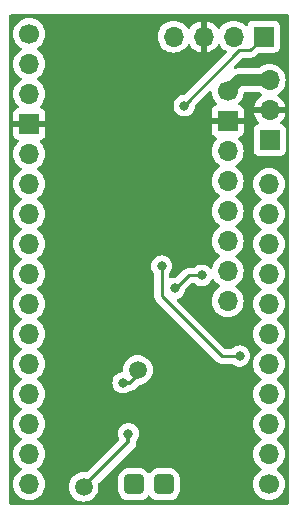
<source format=gbr>
%TF.GenerationSoftware,KiCad,Pcbnew,8.0.4*%
%TF.CreationDate,2024-08-29T19:37:47+02:00*%
%TF.ProjectId,wireless-wizard-wand,77697265-6c65-4737-932d-77697a617264,rev?*%
%TF.SameCoordinates,Original*%
%TF.FileFunction,Copper,L2,Bot*%
%TF.FilePolarity,Positive*%
%FSLAX46Y46*%
G04 Gerber Fmt 4.6, Leading zero omitted, Abs format (unit mm)*
G04 Created by KiCad (PCBNEW 8.0.4) date 2024-08-29 19:37:47*
%MOMM*%
%LPD*%
G01*
G04 APERTURE LIST*
G04 Aperture macros list*
%AMFreePoly0*
4,1,25,-0.850000,0.425000,-0.829199,0.556332,-0.768832,0.674809,-0.674809,0.768832,-0.556332,0.829199,-0.425000,0.850000,0.425000,0.850000,0.556332,0.829199,0.674809,0.768832,0.768832,0.674809,0.829199,0.556332,0.850000,0.425000,0.850000,-0.425000,0.829199,-0.556332,0.768832,-0.674809,0.674809,-0.768832,0.556332,-0.829199,0.425000,-0.850000,-0.425000,-0.850000,-0.556332,-0.829199,
-0.674809,-0.768832,-0.768832,-0.674809,-0.829199,-0.556332,-0.850000,-0.425000,-0.850000,0.425000,-0.850000,0.425000,$1*%
G04 Aperture macros list end*
%TA.AperFunction,ComponentPad*%
%ADD10R,1.700000X1.700000*%
%TD*%
%TA.AperFunction,ComponentPad*%
%ADD11O,1.700000X1.700000*%
%TD*%
%TA.AperFunction,ComponentPad*%
%ADD12C,1.700000*%
%TD*%
%TA.AperFunction,ComponentPad*%
%ADD13FreePoly0,270.000000*%
%TD*%
%TA.AperFunction,TestPad*%
%ADD14C,1.500000*%
%TD*%
%TA.AperFunction,ViaPad*%
%ADD15C,0.800000*%
%TD*%
%TA.AperFunction,Conductor*%
%ADD16C,0.250000*%
%TD*%
%TA.AperFunction,Conductor*%
%ADD17C,1.000000*%
%TD*%
%TA.AperFunction,Conductor*%
%ADD18C,0.350000*%
%TD*%
G04 APERTURE END LIST*
D10*
%TO.P,J5,1,Pin_1*%
%TO.N,MIC_CLK*%
X103251000Y-30480000D03*
D11*
%TO.P,J5,2,Pin_2*%
%TO.N,MIC_DOUT*%
X100711000Y-30480000D03*
%TO.P,J5,3,Pin_3*%
%TO.N,GND*%
X98171000Y-30480000D03*
%TO.P,J5,4,Pin_4*%
%TO.N,+3.3V*%
X95631000Y-30480000D03*
%TD*%
D12*
%TO.P,J2,1,Pin_1*%
%TO.N,SDA*%
X103700000Y-68360000D03*
D11*
%TO.P,J2,2,Pin_2*%
%TO.N,SCL*%
X103700000Y-65820000D03*
%TO.P,J2,3,Pin_3*%
%TO.N,P1.08*%
X103700000Y-63280000D03*
%TO.P,J2,4,Pin_4*%
%TO.N,MIC_CLK*%
X103700000Y-60740000D03*
%TO.P,J2,5,Pin_5*%
%TO.N,MIC_DOUT*%
X103700000Y-58200000D03*
%TO.P,J2,6,Pin_6*%
%TO.N,LED_DIN*%
X103700000Y-55660000D03*
%TO.P,J2,7,Pin_7*%
%TO.N,unconnected-(J2-Pin_7-Pad7)*%
X103700000Y-53120000D03*
%TO.P,J2,8,Pin_8*%
%TO.N,unconnected-(J2-Pin_8-Pad8)*%
X103700000Y-50580000D03*
%TO.P,J2,9,Pin_9*%
%TO.N,unconnected-(J2-Pin_9-Pad9)*%
X103700000Y-48040000D03*
%TO.P,J2,10,Pin_10*%
%TO.N,unconnected-(J2-Pin_10-Pad10)*%
X103700000Y-45500000D03*
%TO.P,J2,11,Pin_11*%
%TO.N,unconnected-(J2-Pin_11-Pad11)*%
X103700000Y-42960000D03*
%TD*%
D12*
%TO.P,J4,1,Pin_1*%
%TO.N,+3.3V*%
X100200000Y-35100000D03*
D10*
%TO.P,J4,2,Pin_2*%
%TO.N,GND*%
X100200000Y-37640000D03*
D11*
%TO.P,J4,3,Pin_3*%
%TO.N,SCL*%
X100200000Y-40180000D03*
%TO.P,J4,4,Pin_4*%
%TO.N,SDA*%
X100200000Y-42720000D03*
%TO.P,J4,5,Pin_5*%
%TO.N,/XDA*%
X100200000Y-45260000D03*
%TO.P,J4,6,Pin_6*%
%TO.N,/XCL*%
X100200000Y-47800000D03*
%TO.P,J4,7,Pin_7*%
%TO.N,+3.3V*%
X100200000Y-50340000D03*
%TO.P,J4,8,Pin_8*%
%TO.N,P1.08*%
X100200000Y-52880000D03*
%TD*%
D10*
%TO.P,J6,1,Pin_1*%
%TO.N,LED_DIN*%
X103759000Y-39243000D03*
D11*
%TO.P,J6,2,Pin_2*%
%TO.N,GND*%
X103759000Y-36703000D03*
%TO.P,J6,3,Pin_3*%
%TO.N,+3.3V*%
X103759000Y-34163000D03*
%TD*%
D12*
%TO.P,J1,1,Pin_1*%
%TO.N,RST*%
X83400000Y-30260000D03*
D11*
%TO.P,J1,2,Pin_2*%
%TO.N,+3.3V*%
X83400000Y-32800000D03*
%TO.P,J1,3,Pin_3*%
%TO.N,unconnected-(J1-Pin_3-Pad3)*%
X83400000Y-35340000D03*
D10*
%TO.P,J1,4,Pin_4*%
%TO.N,GND*%
X83400000Y-37880000D03*
D11*
%TO.P,J1,5,Pin_5*%
%TO.N,unconnected-(J1-Pin_5-Pad5)*%
X83400000Y-40420000D03*
%TO.P,J1,6,Pin_6*%
%TO.N,unconnected-(J1-Pin_6-Pad6)*%
X83400000Y-42960000D03*
%TO.P,J1,7,Pin_7*%
%TO.N,unconnected-(J1-Pin_7-Pad7)*%
X83400000Y-45500000D03*
%TO.P,J1,8,Pin_8*%
%TO.N,unconnected-(J1-Pin_8-Pad8)*%
X83400000Y-48040000D03*
%TO.P,J1,9,Pin_9*%
%TO.N,unconnected-(J1-Pin_9-Pad9)*%
X83400000Y-50580000D03*
%TO.P,J1,10,Pin_10*%
%TO.N,unconnected-(J1-Pin_10-Pad10)*%
X83400000Y-53120000D03*
%TO.P,J1,11,Pin_11*%
%TO.N,unconnected-(J1-Pin_11-Pad11)*%
X83400000Y-55660000D03*
%TO.P,J1,12,Pin_12*%
%TO.N,unconnected-(J1-Pin_12-Pad12)*%
X83400000Y-58200000D03*
%TO.P,J1,13,Pin_13*%
%TO.N,unconnected-(J1-Pin_13-Pad13)*%
X83400000Y-60740000D03*
%TO.P,J1,14,Pin_14*%
%TO.N,unconnected-(J1-Pin_14-Pad14)*%
X83400000Y-63280000D03*
%TO.P,J1,15,Pin_15*%
%TO.N,unconnected-(J1-Pin_15-Pad15)*%
X83400000Y-65820000D03*
%TO.P,J1,16,Pin_16*%
%TO.N,unconnected-(J1-Pin_16-Pad16)*%
X83400000Y-68360000D03*
%TD*%
D13*
%TO.P,J3,1,Pin_1*%
%TO.N,/M-*%
X94800000Y-68385000D03*
%TO.P,J3,2,Pin_2*%
%TO.N,/M+*%
X92260000Y-68385000D03*
%TD*%
D14*
%TO.P,TP1,1,1*%
%TO.N,/PWM*%
X88000000Y-68600000D03*
%TD*%
%TO.P,TP2,1,1*%
%TO.N,/IRQ*%
X92600000Y-58700000D03*
%TD*%
D15*
%TO.N,GND*%
X87500000Y-61600000D03*
X87600000Y-63600000D03*
X94800000Y-65000000D03*
%TO.N,MIC_CLK*%
X94615000Y-49911000D03*
X101219000Y-57531000D03*
X96520000Y-36322000D03*
%TO.N,+3.3V*%
X95698500Y-51800000D03*
X98001500Y-50700000D03*
%TO.N,/PWM*%
X91800000Y-64100000D03*
%TO.N,/IRQ*%
X91334803Y-59784455D03*
%TD*%
D16*
%TO.N,MIC_CLK*%
X99695000Y-57531000D02*
X94615000Y-52451000D01*
X96520000Y-36322000D02*
X101187000Y-31655000D01*
X101219000Y-57531000D02*
X99695000Y-57531000D01*
X94615000Y-52451000D02*
X94615000Y-49911000D01*
X103158299Y-30480000D02*
X103251000Y-30480000D01*
X102076000Y-31655000D02*
X103251000Y-30480000D01*
X101187000Y-31655000D02*
X102076000Y-31655000D01*
%TO.N,+3.3V*%
X96900000Y-50700000D02*
X95800000Y-51800000D01*
X98001500Y-50700000D02*
X96900000Y-50700000D01*
D17*
X101137000Y-34163000D02*
X103759000Y-34163000D01*
D16*
X95800000Y-51800000D02*
X95698500Y-51800000D01*
D17*
X100200000Y-35100000D02*
X101137000Y-34163000D01*
D18*
%TO.N,/PWM*%
X91800000Y-64100000D02*
X91800000Y-64800000D01*
X91800000Y-64800000D02*
X91200000Y-65400000D01*
X91200000Y-65400000D02*
X87900000Y-68700000D01*
%TO.N,/IRQ*%
X91915545Y-59784455D02*
X92600000Y-59100000D01*
X91334803Y-59784455D02*
X91915545Y-59784455D01*
%TD*%
%TA.AperFunction,Conductor*%
%TO.N,GND*%
G36*
X105342539Y-28620185D02*
G01*
X105388294Y-28672989D01*
X105399500Y-28724500D01*
X105399500Y-69975500D01*
X105379815Y-70042539D01*
X105327011Y-70088294D01*
X105275500Y-70099500D01*
X88048586Y-70099500D01*
X87998949Y-70084925D01*
X87975846Y-70097069D01*
X87951414Y-70099500D01*
X81824500Y-70099500D01*
X81757461Y-70079815D01*
X81711706Y-70027011D01*
X81700500Y-69975500D01*
X81700500Y-30259999D01*
X82044341Y-30259999D01*
X82044341Y-30260000D01*
X82064936Y-30495403D01*
X82064938Y-30495413D01*
X82126094Y-30723655D01*
X82126096Y-30723659D01*
X82126097Y-30723663D01*
X82155635Y-30787007D01*
X82225965Y-30937830D01*
X82225967Y-30937834D01*
X82334281Y-31092521D01*
X82349732Y-31114588D01*
X82361501Y-31131395D01*
X82361506Y-31131402D01*
X82528597Y-31298493D01*
X82528603Y-31298498D01*
X82714158Y-31428425D01*
X82757783Y-31483002D01*
X82764977Y-31552500D01*
X82733454Y-31614855D01*
X82714158Y-31631575D01*
X82528597Y-31761505D01*
X82361505Y-31928597D01*
X82225965Y-32122169D01*
X82225964Y-32122171D01*
X82126098Y-32336335D01*
X82126094Y-32336344D01*
X82064938Y-32564586D01*
X82064936Y-32564596D01*
X82044341Y-32799999D01*
X82044341Y-32800000D01*
X82064936Y-33035403D01*
X82064938Y-33035413D01*
X82126094Y-33263655D01*
X82126096Y-33263659D01*
X82126097Y-33263663D01*
X82139123Y-33291597D01*
X82225965Y-33477830D01*
X82225967Y-33477834D01*
X82361501Y-33671395D01*
X82361506Y-33671402D01*
X82528597Y-33838493D01*
X82528603Y-33838498D01*
X82714158Y-33968425D01*
X82757783Y-34023002D01*
X82764977Y-34092500D01*
X82733454Y-34154855D01*
X82714158Y-34171575D01*
X82528597Y-34301505D01*
X82361505Y-34468597D01*
X82225965Y-34662169D01*
X82225964Y-34662171D01*
X82126098Y-34876335D01*
X82126094Y-34876344D01*
X82064938Y-35104586D01*
X82064936Y-35104596D01*
X82044341Y-35339999D01*
X82044341Y-35340000D01*
X82064936Y-35575403D01*
X82064938Y-35575413D01*
X82126094Y-35803655D01*
X82126096Y-35803659D01*
X82126097Y-35803663D01*
X82204315Y-35971401D01*
X82225965Y-36017830D01*
X82225967Y-36017834D01*
X82322038Y-36155037D01*
X82361501Y-36211396D01*
X82361506Y-36211402D01*
X82483818Y-36333714D01*
X82517303Y-36395037D01*
X82512319Y-36464729D01*
X82470447Y-36520662D01*
X82439471Y-36537577D01*
X82307912Y-36586646D01*
X82307906Y-36586649D01*
X82192812Y-36672809D01*
X82192809Y-36672812D01*
X82106649Y-36787906D01*
X82106645Y-36787913D01*
X82056403Y-36922620D01*
X82056401Y-36922627D01*
X82050000Y-36982155D01*
X82050000Y-37630000D01*
X82966988Y-37630000D01*
X82934075Y-37687007D01*
X82900000Y-37814174D01*
X82900000Y-37945826D01*
X82934075Y-38072993D01*
X82966988Y-38130000D01*
X82050000Y-38130000D01*
X82050000Y-38777844D01*
X82056401Y-38837372D01*
X82056403Y-38837379D01*
X82106645Y-38972086D01*
X82106649Y-38972093D01*
X82192809Y-39087187D01*
X82192812Y-39087190D01*
X82307906Y-39173350D01*
X82307913Y-39173354D01*
X82439470Y-39222421D01*
X82495403Y-39264292D01*
X82519821Y-39329756D01*
X82504970Y-39398029D01*
X82483819Y-39426284D01*
X82361503Y-39548600D01*
X82225965Y-39742169D01*
X82225964Y-39742171D01*
X82126098Y-39956335D01*
X82126094Y-39956344D01*
X82064938Y-40184586D01*
X82064936Y-40184596D01*
X82044341Y-40419999D01*
X82044341Y-40420000D01*
X82064936Y-40655403D01*
X82064938Y-40655413D01*
X82126094Y-40883655D01*
X82126096Y-40883659D01*
X82126097Y-40883663D01*
X82204312Y-41051395D01*
X82225965Y-41097830D01*
X82225967Y-41097834D01*
X82361501Y-41291395D01*
X82361506Y-41291402D01*
X82528597Y-41458493D01*
X82528603Y-41458498D01*
X82714158Y-41588425D01*
X82757783Y-41643002D01*
X82764977Y-41712500D01*
X82733454Y-41774855D01*
X82714158Y-41791575D01*
X82528597Y-41921505D01*
X82361505Y-42088597D01*
X82225965Y-42282169D01*
X82225964Y-42282171D01*
X82126098Y-42496335D01*
X82126094Y-42496344D01*
X82064938Y-42724586D01*
X82064936Y-42724596D01*
X82044341Y-42959999D01*
X82044341Y-42960000D01*
X82064936Y-43195403D01*
X82064938Y-43195413D01*
X82126094Y-43423655D01*
X82126096Y-43423659D01*
X82126097Y-43423663D01*
X82204312Y-43591395D01*
X82225965Y-43637830D01*
X82225967Y-43637834D01*
X82361501Y-43831395D01*
X82361506Y-43831402D01*
X82528597Y-43998493D01*
X82528603Y-43998498D01*
X82714158Y-44128425D01*
X82757783Y-44183002D01*
X82764977Y-44252500D01*
X82733454Y-44314855D01*
X82714158Y-44331575D01*
X82528597Y-44461505D01*
X82361505Y-44628597D01*
X82225965Y-44822169D01*
X82225964Y-44822171D01*
X82126098Y-45036335D01*
X82126094Y-45036344D01*
X82064938Y-45264586D01*
X82064936Y-45264596D01*
X82044341Y-45499999D01*
X82044341Y-45500000D01*
X82064936Y-45735403D01*
X82064938Y-45735413D01*
X82126094Y-45963655D01*
X82126096Y-45963659D01*
X82126097Y-45963663D01*
X82204312Y-46131395D01*
X82225965Y-46177830D01*
X82225967Y-46177834D01*
X82361501Y-46371395D01*
X82361506Y-46371402D01*
X82528597Y-46538493D01*
X82528603Y-46538498D01*
X82714158Y-46668425D01*
X82757783Y-46723002D01*
X82764977Y-46792500D01*
X82733454Y-46854855D01*
X82714158Y-46871575D01*
X82528597Y-47001505D01*
X82361505Y-47168597D01*
X82225965Y-47362169D01*
X82225964Y-47362171D01*
X82126098Y-47576335D01*
X82126094Y-47576344D01*
X82064938Y-47804586D01*
X82064936Y-47804596D01*
X82044341Y-48039999D01*
X82044341Y-48040000D01*
X82064936Y-48275403D01*
X82064938Y-48275413D01*
X82126094Y-48503655D01*
X82126096Y-48503659D01*
X82126097Y-48503663D01*
X82204312Y-48671395D01*
X82225965Y-48717830D01*
X82225967Y-48717834D01*
X82361501Y-48911395D01*
X82361506Y-48911402D01*
X82528597Y-49078493D01*
X82528603Y-49078498D01*
X82714158Y-49208425D01*
X82757783Y-49263002D01*
X82764977Y-49332500D01*
X82733454Y-49394855D01*
X82714158Y-49411575D01*
X82528597Y-49541505D01*
X82361505Y-49708597D01*
X82225965Y-49902169D01*
X82225964Y-49902171D01*
X82126098Y-50116335D01*
X82126097Y-50116337D01*
X82064938Y-50344586D01*
X82064936Y-50344596D01*
X82044341Y-50579999D01*
X82044341Y-50580000D01*
X82064936Y-50815403D01*
X82064938Y-50815413D01*
X82126094Y-51043655D01*
X82126096Y-51043659D01*
X82126097Y-51043663D01*
X82204315Y-51211401D01*
X82225965Y-51257830D01*
X82225967Y-51257834D01*
X82361501Y-51451395D01*
X82361506Y-51451402D01*
X82528597Y-51618493D01*
X82528603Y-51618498D01*
X82714158Y-51748425D01*
X82757783Y-51803002D01*
X82764977Y-51872500D01*
X82733454Y-51934855D01*
X82714158Y-51951575D01*
X82528597Y-52081505D01*
X82361505Y-52248597D01*
X82225965Y-52442169D01*
X82225964Y-52442171D01*
X82126098Y-52656335D01*
X82126094Y-52656344D01*
X82064938Y-52884586D01*
X82064936Y-52884596D01*
X82044341Y-53119999D01*
X82044341Y-53120000D01*
X82064936Y-53355403D01*
X82064938Y-53355413D01*
X82126094Y-53583655D01*
X82126096Y-53583659D01*
X82126097Y-53583663D01*
X82204312Y-53751395D01*
X82225965Y-53797830D01*
X82225967Y-53797834D01*
X82361501Y-53991395D01*
X82361506Y-53991402D01*
X82528597Y-54158493D01*
X82528603Y-54158498D01*
X82714158Y-54288425D01*
X82757783Y-54343002D01*
X82764977Y-54412500D01*
X82733454Y-54474855D01*
X82714158Y-54491575D01*
X82528597Y-54621505D01*
X82361505Y-54788597D01*
X82225965Y-54982169D01*
X82225964Y-54982171D01*
X82126098Y-55196335D01*
X82126094Y-55196344D01*
X82064938Y-55424586D01*
X82064936Y-55424596D01*
X82044341Y-55659999D01*
X82044341Y-55660000D01*
X82064936Y-55895403D01*
X82064938Y-55895413D01*
X82126094Y-56123655D01*
X82126096Y-56123659D01*
X82126097Y-56123663D01*
X82225965Y-56337830D01*
X82225967Y-56337834D01*
X82361501Y-56531395D01*
X82361506Y-56531402D01*
X82528597Y-56698493D01*
X82528603Y-56698498D01*
X82714158Y-56828425D01*
X82757783Y-56883002D01*
X82764977Y-56952500D01*
X82733454Y-57014855D01*
X82714158Y-57031575D01*
X82528597Y-57161505D01*
X82361505Y-57328597D01*
X82225965Y-57522169D01*
X82225964Y-57522171D01*
X82126098Y-57736335D01*
X82126094Y-57736344D01*
X82064938Y-57964586D01*
X82064936Y-57964596D01*
X82044341Y-58199999D01*
X82044341Y-58200000D01*
X82064936Y-58435403D01*
X82064938Y-58435413D01*
X82126094Y-58663655D01*
X82126096Y-58663659D01*
X82126097Y-58663663D01*
X82166356Y-58749998D01*
X82225965Y-58877830D01*
X82225967Y-58877834D01*
X82361501Y-59071395D01*
X82361506Y-59071402D01*
X82528597Y-59238493D01*
X82528603Y-59238498D01*
X82714158Y-59368425D01*
X82757783Y-59423002D01*
X82764977Y-59492500D01*
X82733454Y-59554855D01*
X82714158Y-59571575D01*
X82528597Y-59701505D01*
X82361505Y-59868597D01*
X82225965Y-60062169D01*
X82225964Y-60062171D01*
X82126098Y-60276335D01*
X82126094Y-60276344D01*
X82064938Y-60504586D01*
X82064936Y-60504596D01*
X82044341Y-60739999D01*
X82044341Y-60740000D01*
X82064936Y-60975403D01*
X82064938Y-60975413D01*
X82126094Y-61203655D01*
X82126096Y-61203659D01*
X82126097Y-61203663D01*
X82225965Y-61417830D01*
X82225967Y-61417834D01*
X82361501Y-61611395D01*
X82361506Y-61611402D01*
X82528597Y-61778493D01*
X82528603Y-61778498D01*
X82714158Y-61908425D01*
X82757783Y-61963002D01*
X82764977Y-62032500D01*
X82733454Y-62094855D01*
X82714158Y-62111575D01*
X82528597Y-62241505D01*
X82361505Y-62408597D01*
X82225965Y-62602169D01*
X82225964Y-62602171D01*
X82126098Y-62816335D01*
X82126094Y-62816344D01*
X82064938Y-63044586D01*
X82064936Y-63044596D01*
X82044341Y-63279999D01*
X82044341Y-63280000D01*
X82064936Y-63515403D01*
X82064938Y-63515413D01*
X82126094Y-63743655D01*
X82126096Y-63743659D01*
X82126097Y-63743663D01*
X82204473Y-63911740D01*
X82225965Y-63957830D01*
X82225967Y-63957834D01*
X82361501Y-64151395D01*
X82361506Y-64151402D01*
X82528597Y-64318493D01*
X82528603Y-64318498D01*
X82714158Y-64448425D01*
X82757783Y-64503002D01*
X82764977Y-64572500D01*
X82733454Y-64634855D01*
X82714158Y-64651575D01*
X82528597Y-64781505D01*
X82361505Y-64948597D01*
X82225965Y-65142169D01*
X82225964Y-65142171D01*
X82126098Y-65356335D01*
X82126094Y-65356344D01*
X82064938Y-65584586D01*
X82064936Y-65584596D01*
X82044341Y-65819999D01*
X82044341Y-65820000D01*
X82064936Y-66055403D01*
X82064938Y-66055413D01*
X82126094Y-66283655D01*
X82126096Y-66283659D01*
X82126097Y-66283663D01*
X82225965Y-66497830D01*
X82225967Y-66497834D01*
X82361501Y-66691395D01*
X82361506Y-66691402D01*
X82528597Y-66858493D01*
X82528603Y-66858498D01*
X82714158Y-66988425D01*
X82757783Y-67043002D01*
X82764977Y-67112500D01*
X82733454Y-67174855D01*
X82714158Y-67191575D01*
X82528597Y-67321505D01*
X82361505Y-67488597D01*
X82225965Y-67682169D01*
X82225964Y-67682171D01*
X82126098Y-67896335D01*
X82126094Y-67896344D01*
X82064938Y-68124586D01*
X82064936Y-68124596D01*
X82044341Y-68359999D01*
X82044341Y-68360000D01*
X82064936Y-68595403D01*
X82064938Y-68595413D01*
X82126094Y-68823655D01*
X82126096Y-68823659D01*
X82126097Y-68823663D01*
X82149935Y-68874783D01*
X82225965Y-69037830D01*
X82225967Y-69037834D01*
X82299952Y-69143495D01*
X82361505Y-69231401D01*
X82528599Y-69398495D01*
X82625384Y-69466265D01*
X82722165Y-69534032D01*
X82722167Y-69534033D01*
X82722170Y-69534035D01*
X82936337Y-69633903D01*
X83164592Y-69695063D01*
X83352918Y-69711539D01*
X83399999Y-69715659D01*
X83400000Y-69715659D01*
X83400001Y-69715659D01*
X83439234Y-69712226D01*
X83635408Y-69695063D01*
X83863663Y-69633903D01*
X84077830Y-69534035D01*
X84271401Y-69398495D01*
X84438495Y-69231401D01*
X84574035Y-69037830D01*
X84673903Y-68823663D01*
X84733833Y-68599997D01*
X86744723Y-68599997D01*
X86744723Y-68600002D01*
X86763793Y-68817975D01*
X86763793Y-68817979D01*
X86820422Y-69029322D01*
X86820424Y-69029326D01*
X86820425Y-69029330D01*
X86866661Y-69128484D01*
X86912897Y-69227638D01*
X86912898Y-69227639D01*
X87038402Y-69406877D01*
X87193123Y-69561598D01*
X87372361Y-69687102D01*
X87570670Y-69779575D01*
X87782023Y-69836207D01*
X87937554Y-69849813D01*
X87962221Y-69851972D01*
X87998594Y-69866199D01*
X88013651Y-69856523D01*
X88037779Y-69851972D01*
X88057539Y-69850243D01*
X88217977Y-69836207D01*
X88429330Y-69779575D01*
X88627639Y-69687102D01*
X88806877Y-69561598D01*
X88961598Y-69406877D01*
X89087102Y-69227639D01*
X89179575Y-69029330D01*
X89236207Y-68817977D01*
X89255277Y-68600000D01*
X89236207Y-68382023D01*
X89236205Y-68382018D01*
X89236183Y-68381758D01*
X89249950Y-68313258D01*
X89272027Y-68283272D01*
X89660083Y-67895216D01*
X90909500Y-67895216D01*
X90909500Y-68874783D01*
X90915858Y-68955574D01*
X90915858Y-68955577D01*
X90915859Y-68955578D01*
X90966212Y-69143496D01*
X91054535Y-69316840D01*
X91176968Y-69468032D01*
X91328160Y-69590465D01*
X91501504Y-69678788D01*
X91689422Y-69729141D01*
X91770222Y-69735500D01*
X91770230Y-69735500D01*
X92749770Y-69735500D01*
X92749778Y-69735500D01*
X92830578Y-69729141D01*
X93018496Y-69678788D01*
X93191840Y-69590465D01*
X93343032Y-69468032D01*
X93433635Y-69356145D01*
X93491121Y-69316436D01*
X93560952Y-69314108D01*
X93620956Y-69349903D01*
X93626353Y-69356133D01*
X93716968Y-69468032D01*
X93868160Y-69590465D01*
X94041504Y-69678788D01*
X94229422Y-69729141D01*
X94310222Y-69735500D01*
X94310230Y-69735500D01*
X95289770Y-69735500D01*
X95289778Y-69735500D01*
X95370578Y-69729141D01*
X95558496Y-69678788D01*
X95731840Y-69590465D01*
X95883032Y-69468032D01*
X96005465Y-69316840D01*
X96093788Y-69143496D01*
X96144141Y-68955578D01*
X96150500Y-68874778D01*
X96150500Y-67895222D01*
X96144141Y-67814422D01*
X96093788Y-67626504D01*
X96005465Y-67453160D01*
X95883032Y-67301968D01*
X95731840Y-67179535D01*
X95558496Y-67091212D01*
X95370578Y-67040859D01*
X95370577Y-67040858D01*
X95370574Y-67040858D01*
X95289783Y-67034500D01*
X95289778Y-67034500D01*
X94310222Y-67034500D01*
X94310216Y-67034500D01*
X94229425Y-67040858D01*
X94041504Y-67091212D01*
X93868161Y-67179534D01*
X93716968Y-67301968D01*
X93626366Y-67413852D01*
X93568879Y-67453563D01*
X93499048Y-67455891D01*
X93439044Y-67420095D01*
X93433634Y-67413852D01*
X93403865Y-67377091D01*
X93343032Y-67301968D01*
X93191840Y-67179535D01*
X93018496Y-67091212D01*
X92830578Y-67040859D01*
X92830577Y-67040858D01*
X92830574Y-67040858D01*
X92749783Y-67034500D01*
X92749778Y-67034500D01*
X91770222Y-67034500D01*
X91770216Y-67034500D01*
X91689425Y-67040858D01*
X91501504Y-67091212D01*
X91328161Y-67179534D01*
X91176968Y-67301968D01*
X91054534Y-67453161D01*
X90966212Y-67626504D01*
X90915858Y-67814425D01*
X90909500Y-67895216D01*
X89660083Y-67895216D01*
X91724695Y-65830606D01*
X92324695Y-65230606D01*
X92398620Y-65119969D01*
X92449540Y-64997036D01*
X92475500Y-64866531D01*
X92475500Y-64743156D01*
X92495185Y-64676117D01*
X92507351Y-64660183D01*
X92515102Y-64651575D01*
X92532533Y-64632216D01*
X92627179Y-64468284D01*
X92685674Y-64288256D01*
X92705460Y-64100000D01*
X92685674Y-63911744D01*
X92627179Y-63731716D01*
X92532533Y-63567784D01*
X92405871Y-63427112D01*
X92405870Y-63427111D01*
X92252734Y-63315851D01*
X92252729Y-63315848D01*
X92079807Y-63238857D01*
X92079802Y-63238855D01*
X91934001Y-63207865D01*
X91894646Y-63199500D01*
X91705354Y-63199500D01*
X91672897Y-63206398D01*
X91520197Y-63238855D01*
X91520192Y-63238857D01*
X91347270Y-63315848D01*
X91347265Y-63315851D01*
X91194129Y-63427111D01*
X91067466Y-63567785D01*
X90972821Y-63731715D01*
X90972818Y-63731722D01*
X90914327Y-63911740D01*
X90914326Y-63911744D01*
X90894540Y-64100000D01*
X90914326Y-64288256D01*
X90914327Y-64288259D01*
X90972818Y-64468277D01*
X90972820Y-64468281D01*
X90972821Y-64468284D01*
X90999768Y-64514957D01*
X91016240Y-64582857D01*
X90993387Y-64648884D01*
X90980061Y-64664637D01*
X90769394Y-64875305D01*
X88316728Y-67327969D01*
X88255405Y-67361454D01*
X88218240Y-67363816D01*
X88000002Y-67344723D01*
X87999998Y-67344723D01*
X87854682Y-67357436D01*
X87782023Y-67363793D01*
X87782020Y-67363793D01*
X87570677Y-67420422D01*
X87570668Y-67420426D01*
X87372361Y-67512898D01*
X87372357Y-67512900D01*
X87193121Y-67638402D01*
X87038402Y-67793121D01*
X86912900Y-67972357D01*
X86912898Y-67972361D01*
X86820426Y-68170668D01*
X86820422Y-68170677D01*
X86763793Y-68382020D01*
X86763793Y-68382024D01*
X86744723Y-68599997D01*
X84733833Y-68599997D01*
X84735063Y-68595408D01*
X84755659Y-68360000D01*
X84735063Y-68124592D01*
X84673903Y-67896337D01*
X84574035Y-67682171D01*
X84502367Y-67579817D01*
X84438494Y-67488597D01*
X84271402Y-67321506D01*
X84271396Y-67321501D01*
X84085842Y-67191575D01*
X84042217Y-67136998D01*
X84035023Y-67067500D01*
X84066546Y-67005145D01*
X84085842Y-66988425D01*
X84108026Y-66972891D01*
X84271401Y-66858495D01*
X84438495Y-66691401D01*
X84574035Y-66497830D01*
X84673903Y-66283663D01*
X84735063Y-66055408D01*
X84755659Y-65820000D01*
X84735063Y-65584592D01*
X84673903Y-65356337D01*
X84574035Y-65142171D01*
X84558484Y-65119961D01*
X84438494Y-64948597D01*
X84271402Y-64781506D01*
X84271396Y-64781501D01*
X84085842Y-64651575D01*
X84042217Y-64596998D01*
X84035023Y-64527500D01*
X84066546Y-64465145D01*
X84085842Y-64448425D01*
X84108026Y-64432891D01*
X84271401Y-64318495D01*
X84438495Y-64151401D01*
X84574035Y-63957830D01*
X84673903Y-63743663D01*
X84735063Y-63515408D01*
X84755659Y-63280000D01*
X84735063Y-63044592D01*
X84673903Y-62816337D01*
X84574035Y-62602171D01*
X84438495Y-62408599D01*
X84438494Y-62408597D01*
X84271402Y-62241506D01*
X84271396Y-62241501D01*
X84085842Y-62111575D01*
X84042217Y-62056998D01*
X84035023Y-61987500D01*
X84066546Y-61925145D01*
X84085842Y-61908425D01*
X84108026Y-61892891D01*
X84271401Y-61778495D01*
X84438495Y-61611401D01*
X84574035Y-61417830D01*
X84673903Y-61203663D01*
X84735063Y-60975408D01*
X84755659Y-60740000D01*
X84735063Y-60504592D01*
X84673903Y-60276337D01*
X84574035Y-60062171D01*
X84492473Y-59945687D01*
X84438494Y-59868597D01*
X84354351Y-59784455D01*
X90429343Y-59784455D01*
X90449129Y-59972711D01*
X90449130Y-59972714D01*
X90507621Y-60152732D01*
X90507624Y-60152739D01*
X90602270Y-60316671D01*
X90662057Y-60383071D01*
X90728932Y-60457343D01*
X90882068Y-60568603D01*
X90882073Y-60568606D01*
X91054995Y-60645597D01*
X91055000Y-60645599D01*
X91240157Y-60684955D01*
X91240158Y-60684955D01*
X91429447Y-60684955D01*
X91429449Y-60684955D01*
X91614606Y-60645599D01*
X91787533Y-60568606D01*
X91875636Y-60504596D01*
X91904484Y-60483637D01*
X91970290Y-60460157D01*
X91977369Y-60459955D01*
X91982077Y-60459955D01*
X91982078Y-60459954D01*
X92112581Y-60433996D01*
X92235514Y-60383075D01*
X92346151Y-60309150D01*
X92677702Y-59977597D01*
X92739021Y-59944115D01*
X92754563Y-59941754D01*
X92817977Y-59936207D01*
X93029330Y-59879575D01*
X93227639Y-59787102D01*
X93406877Y-59661598D01*
X93561598Y-59506877D01*
X93687102Y-59327639D01*
X93779575Y-59129330D01*
X93836207Y-58917977D01*
X93855277Y-58700000D01*
X93836207Y-58482023D01*
X93779575Y-58270670D01*
X93687102Y-58072362D01*
X93687100Y-58072359D01*
X93687099Y-58072357D01*
X93561599Y-57893124D01*
X93561596Y-57893121D01*
X93406877Y-57738402D01*
X93227639Y-57612898D01*
X93227640Y-57612898D01*
X93227638Y-57612897D01*
X93128484Y-57566661D01*
X93029330Y-57520425D01*
X93029326Y-57520424D01*
X93029322Y-57520422D01*
X92817977Y-57463793D01*
X92600002Y-57444723D01*
X92599998Y-57444723D01*
X92454682Y-57457436D01*
X92382023Y-57463793D01*
X92382020Y-57463793D01*
X92170677Y-57520422D01*
X92170668Y-57520426D01*
X91972361Y-57612898D01*
X91972357Y-57612900D01*
X91793121Y-57738402D01*
X91638402Y-57893121D01*
X91512900Y-58072357D01*
X91512898Y-58072361D01*
X91420426Y-58270668D01*
X91420422Y-58270677D01*
X91363793Y-58482020D01*
X91363793Y-58482024D01*
X91344723Y-58699997D01*
X91344723Y-58700002D01*
X91349097Y-58749998D01*
X91335330Y-58818498D01*
X91286715Y-58868681D01*
X91246308Y-58881636D01*
X91246514Y-58882604D01*
X91240158Y-58883955D01*
X91240157Y-58883955D01*
X91213203Y-58889683D01*
X91055000Y-58923310D01*
X91054995Y-58923312D01*
X90882073Y-59000303D01*
X90882068Y-59000306D01*
X90728932Y-59111566D01*
X90602269Y-59252240D01*
X90507624Y-59416170D01*
X90507621Y-59416177D01*
X90449130Y-59596195D01*
X90449129Y-59596199D01*
X90429343Y-59784455D01*
X84354351Y-59784455D01*
X84271402Y-59701506D01*
X84271396Y-59701501D01*
X84085842Y-59571575D01*
X84042217Y-59516998D01*
X84035023Y-59447500D01*
X84066546Y-59385145D01*
X84085842Y-59368425D01*
X84144092Y-59327638D01*
X84271401Y-59238495D01*
X84438495Y-59071401D01*
X84574035Y-58877830D01*
X84673903Y-58663663D01*
X84735063Y-58435408D01*
X84755659Y-58200000D01*
X84735063Y-57964592D01*
X84673903Y-57736337D01*
X84574035Y-57522171D01*
X84572814Y-57520426D01*
X84438494Y-57328597D01*
X84271402Y-57161506D01*
X84271396Y-57161501D01*
X84085842Y-57031575D01*
X84042217Y-56976998D01*
X84035023Y-56907500D01*
X84066546Y-56845145D01*
X84085842Y-56828425D01*
X84108026Y-56812891D01*
X84271401Y-56698495D01*
X84438495Y-56531401D01*
X84574035Y-56337830D01*
X84673903Y-56123663D01*
X84735063Y-55895408D01*
X84755659Y-55660000D01*
X84735063Y-55424592D01*
X84673903Y-55196337D01*
X84574035Y-54982171D01*
X84438495Y-54788599D01*
X84438494Y-54788597D01*
X84271402Y-54621506D01*
X84271396Y-54621501D01*
X84085842Y-54491575D01*
X84042217Y-54436998D01*
X84035023Y-54367500D01*
X84066546Y-54305145D01*
X84085842Y-54288425D01*
X84161199Y-54235659D01*
X84271401Y-54158495D01*
X84438495Y-53991401D01*
X84574035Y-53797830D01*
X84673903Y-53583663D01*
X84735063Y-53355408D01*
X84755659Y-53120000D01*
X84735063Y-52884592D01*
X84675191Y-52661144D01*
X84673905Y-52656344D01*
X84673904Y-52656343D01*
X84673903Y-52656337D01*
X84574035Y-52442171D01*
X84438495Y-52248599D01*
X84438494Y-52248597D01*
X84271402Y-52081506D01*
X84271396Y-52081501D01*
X84085842Y-51951575D01*
X84042217Y-51896998D01*
X84035023Y-51827500D01*
X84066546Y-51765145D01*
X84085842Y-51748425D01*
X84146481Y-51705965D01*
X84271401Y-51618495D01*
X84438495Y-51451401D01*
X84574035Y-51257830D01*
X84673903Y-51043663D01*
X84735063Y-50815408D01*
X84755659Y-50580000D01*
X84735063Y-50344592D01*
X84673903Y-50116337D01*
X84578152Y-49911000D01*
X93709540Y-49911000D01*
X93729326Y-50099256D01*
X93734876Y-50116336D01*
X93787818Y-50279277D01*
X93787821Y-50279284D01*
X93882467Y-50443216D01*
X93925772Y-50491310D01*
X93957650Y-50526715D01*
X93987880Y-50589706D01*
X93989500Y-50609687D01*
X93989500Y-52512610D01*
X94013535Y-52633446D01*
X94013536Y-52633450D01*
X94013537Y-52633452D01*
X94018770Y-52646086D01*
X94060685Y-52747281D01*
X94060687Y-52747284D01*
X94094914Y-52798507D01*
X94094915Y-52798509D01*
X94129141Y-52849733D01*
X94220586Y-52941178D01*
X94220608Y-52941198D01*
X99206016Y-57926606D01*
X99206045Y-57926637D01*
X99296263Y-58016855D01*
X99296267Y-58016858D01*
X99365647Y-58063216D01*
X99398715Y-58085312D01*
X99437694Y-58101457D01*
X99437696Y-58101459D01*
X99437697Y-58101459D01*
X99478632Y-58118414D01*
X99512548Y-58132463D01*
X99572971Y-58144481D01*
X99633393Y-58156500D01*
X99633394Y-58156500D01*
X100515252Y-58156500D01*
X100582291Y-58176185D01*
X100607400Y-58197526D01*
X100613126Y-58203885D01*
X100613130Y-58203889D01*
X100766265Y-58315148D01*
X100766270Y-58315151D01*
X100939192Y-58392142D01*
X100939197Y-58392144D01*
X101124354Y-58431500D01*
X101124355Y-58431500D01*
X101313644Y-58431500D01*
X101313646Y-58431500D01*
X101498803Y-58392144D01*
X101671730Y-58315151D01*
X101824871Y-58203888D01*
X101951533Y-58063216D01*
X102046179Y-57899284D01*
X102104674Y-57719256D01*
X102124460Y-57531000D01*
X102104674Y-57342744D01*
X102046179Y-57162716D01*
X101951533Y-56998784D01*
X101824871Y-56858112D01*
X101824870Y-56858111D01*
X101671734Y-56746851D01*
X101671729Y-56746848D01*
X101498807Y-56669857D01*
X101498802Y-56669855D01*
X101353001Y-56638865D01*
X101313646Y-56630500D01*
X101124354Y-56630500D01*
X101091897Y-56637398D01*
X100939197Y-56669855D01*
X100939192Y-56669857D01*
X100766270Y-56746848D01*
X100766265Y-56746851D01*
X100613130Y-56858110D01*
X100613126Y-56858114D01*
X100607400Y-56864474D01*
X100547913Y-56901121D01*
X100515252Y-56905500D01*
X100005452Y-56905500D01*
X99938413Y-56885815D01*
X99917771Y-56869181D01*
X95918301Y-52869711D01*
X95884816Y-52808388D01*
X95889800Y-52738696D01*
X95931672Y-52682763D01*
X95972482Y-52664246D01*
X95972126Y-52663151D01*
X95978296Y-52661145D01*
X95978303Y-52661144D01*
X96151230Y-52584151D01*
X96304371Y-52472888D01*
X96431033Y-52332216D01*
X96525679Y-52168284D01*
X96584174Y-51988256D01*
X96589900Y-51933768D01*
X96616483Y-51869155D01*
X96625530Y-51859058D01*
X97122771Y-51361819D01*
X97184094Y-51328334D01*
X97210452Y-51325500D01*
X97297752Y-51325500D01*
X97364791Y-51345185D01*
X97389900Y-51366526D01*
X97395626Y-51372885D01*
X97395630Y-51372889D01*
X97548765Y-51484148D01*
X97548770Y-51484151D01*
X97721692Y-51561142D01*
X97721697Y-51561144D01*
X97906854Y-51600500D01*
X97906855Y-51600500D01*
X98096144Y-51600500D01*
X98096146Y-51600500D01*
X98281303Y-51561144D01*
X98454230Y-51484151D01*
X98607371Y-51372888D01*
X98734033Y-51232216D01*
X98828679Y-51068284D01*
X98828682Y-51068273D01*
X98829952Y-51065423D01*
X98831131Y-51064034D01*
X98831928Y-51062656D01*
X98832180Y-51062801D01*
X98875204Y-51012187D01*
X98942053Y-50991867D01*
X99009276Y-51010913D01*
X99044806Y-51044738D01*
X99161501Y-51211396D01*
X99161506Y-51211402D01*
X99328597Y-51378493D01*
X99328603Y-51378498D01*
X99514158Y-51508425D01*
X99557783Y-51563002D01*
X99564977Y-51632500D01*
X99533454Y-51694855D01*
X99514158Y-51711575D01*
X99328597Y-51841505D01*
X99161505Y-52008597D01*
X99025965Y-52202169D01*
X99025964Y-52202171D01*
X98926098Y-52416335D01*
X98926094Y-52416344D01*
X98864938Y-52644586D01*
X98864936Y-52644596D01*
X98844341Y-52879999D01*
X98844341Y-52880000D01*
X98864936Y-53115403D01*
X98864938Y-53115413D01*
X98926094Y-53343655D01*
X98926096Y-53343659D01*
X98926097Y-53343663D01*
X99025965Y-53557830D01*
X99025967Y-53557834D01*
X99044053Y-53583663D01*
X99161505Y-53751401D01*
X99328599Y-53918495D01*
X99425384Y-53986265D01*
X99522165Y-54054032D01*
X99522167Y-54054033D01*
X99522170Y-54054035D01*
X99736337Y-54153903D01*
X99736343Y-54153904D01*
X99736344Y-54153905D01*
X99753486Y-54158498D01*
X99964592Y-54215063D01*
X100152918Y-54231539D01*
X100199999Y-54235659D01*
X100200000Y-54235659D01*
X100200001Y-54235659D01*
X100239234Y-54232226D01*
X100435408Y-54215063D01*
X100663663Y-54153903D01*
X100877830Y-54054035D01*
X101071401Y-53918495D01*
X101238495Y-53751401D01*
X101374035Y-53557830D01*
X101473903Y-53343663D01*
X101535063Y-53115408D01*
X101555659Y-52880000D01*
X101535063Y-52644592D01*
X101473903Y-52416337D01*
X101374035Y-52202171D01*
X101350308Y-52168284D01*
X101238494Y-52008597D01*
X101071402Y-51841506D01*
X101071396Y-51841501D01*
X100885842Y-51711575D01*
X100842217Y-51656998D01*
X100835023Y-51587500D01*
X100866546Y-51525145D01*
X100885842Y-51508425D01*
X100967279Y-51451402D01*
X101071401Y-51378495D01*
X101238495Y-51211401D01*
X101374035Y-51017830D01*
X101473903Y-50803663D01*
X101535063Y-50575408D01*
X101555659Y-50340000D01*
X101552270Y-50301270D01*
X101550346Y-50279277D01*
X101535063Y-50104592D01*
X101473903Y-49876337D01*
X101374035Y-49662171D01*
X101290397Y-49542722D01*
X101238494Y-49468597D01*
X101071402Y-49301506D01*
X101071396Y-49301501D01*
X100885842Y-49171575D01*
X100842217Y-49116998D01*
X100835023Y-49047500D01*
X100866546Y-48985145D01*
X100885842Y-48968425D01*
X100967279Y-48911402D01*
X101071401Y-48838495D01*
X101238495Y-48671401D01*
X101374035Y-48477830D01*
X101473903Y-48263663D01*
X101535063Y-48035408D01*
X101555659Y-47800000D01*
X101535063Y-47564592D01*
X101473903Y-47336337D01*
X101374035Y-47122171D01*
X101289545Y-47001505D01*
X101238494Y-46928597D01*
X101071402Y-46761506D01*
X101071396Y-46761501D01*
X100885842Y-46631575D01*
X100842217Y-46576998D01*
X100835023Y-46507500D01*
X100866546Y-46445145D01*
X100885842Y-46428425D01*
X100967279Y-46371402D01*
X101071401Y-46298495D01*
X101238495Y-46131401D01*
X101374035Y-45937830D01*
X101473903Y-45723663D01*
X101535063Y-45495408D01*
X101555659Y-45260000D01*
X101535063Y-45024592D01*
X101473903Y-44796337D01*
X101374035Y-44582171D01*
X101289545Y-44461505D01*
X101238494Y-44388597D01*
X101071402Y-44221506D01*
X101071396Y-44221501D01*
X100885842Y-44091575D01*
X100842217Y-44036998D01*
X100835023Y-43967500D01*
X100866546Y-43905145D01*
X100885842Y-43888425D01*
X100967279Y-43831402D01*
X101071401Y-43758495D01*
X101238495Y-43591401D01*
X101374035Y-43397830D01*
X101473903Y-43183663D01*
X101533833Y-42959999D01*
X102344341Y-42959999D01*
X102344341Y-42960000D01*
X102364936Y-43195403D01*
X102364938Y-43195413D01*
X102426094Y-43423655D01*
X102426096Y-43423659D01*
X102426097Y-43423663D01*
X102504312Y-43591395D01*
X102525965Y-43637830D01*
X102525967Y-43637834D01*
X102661501Y-43831395D01*
X102661506Y-43831402D01*
X102828597Y-43998493D01*
X102828603Y-43998498D01*
X103014158Y-44128425D01*
X103057783Y-44183002D01*
X103064977Y-44252500D01*
X103033454Y-44314855D01*
X103014158Y-44331575D01*
X102828597Y-44461505D01*
X102661505Y-44628597D01*
X102525965Y-44822169D01*
X102525964Y-44822171D01*
X102426098Y-45036335D01*
X102426094Y-45036344D01*
X102364938Y-45264586D01*
X102364936Y-45264596D01*
X102344341Y-45499999D01*
X102344341Y-45500000D01*
X102364936Y-45735403D01*
X102364938Y-45735413D01*
X102426094Y-45963655D01*
X102426096Y-45963659D01*
X102426097Y-45963663D01*
X102504312Y-46131395D01*
X102525965Y-46177830D01*
X102525967Y-46177834D01*
X102661501Y-46371395D01*
X102661506Y-46371402D01*
X102828597Y-46538493D01*
X102828603Y-46538498D01*
X103014158Y-46668425D01*
X103057783Y-46723002D01*
X103064977Y-46792500D01*
X103033454Y-46854855D01*
X103014158Y-46871575D01*
X102828597Y-47001505D01*
X102661505Y-47168597D01*
X102525965Y-47362169D01*
X102525964Y-47362171D01*
X102426098Y-47576335D01*
X102426094Y-47576344D01*
X102364938Y-47804586D01*
X102364936Y-47804596D01*
X102344341Y-48039999D01*
X102344341Y-48040000D01*
X102364936Y-48275403D01*
X102364938Y-48275413D01*
X102426094Y-48503655D01*
X102426096Y-48503659D01*
X102426097Y-48503663D01*
X102504312Y-48671395D01*
X102525965Y-48717830D01*
X102525967Y-48717834D01*
X102661501Y-48911395D01*
X102661506Y-48911402D01*
X102828597Y-49078493D01*
X102828603Y-49078498D01*
X103014158Y-49208425D01*
X103057783Y-49263002D01*
X103064977Y-49332500D01*
X103033454Y-49394855D01*
X103014158Y-49411575D01*
X102828597Y-49541505D01*
X102661505Y-49708597D01*
X102525965Y-49902169D01*
X102525964Y-49902171D01*
X102426098Y-50116335D01*
X102426097Y-50116337D01*
X102364938Y-50344586D01*
X102364936Y-50344596D01*
X102344341Y-50579999D01*
X102344341Y-50580000D01*
X102364936Y-50815403D01*
X102364938Y-50815413D01*
X102426094Y-51043655D01*
X102426096Y-51043659D01*
X102426097Y-51043663D01*
X102504315Y-51211401D01*
X102525965Y-51257830D01*
X102525967Y-51257834D01*
X102661501Y-51451395D01*
X102661506Y-51451402D01*
X102828597Y-51618493D01*
X102828603Y-51618498D01*
X103014158Y-51748425D01*
X103057783Y-51803002D01*
X103064977Y-51872500D01*
X103033454Y-51934855D01*
X103014158Y-51951575D01*
X102828597Y-52081505D01*
X102661505Y-52248597D01*
X102525965Y-52442169D01*
X102525964Y-52442171D01*
X102426098Y-52656335D01*
X102426094Y-52656344D01*
X102364938Y-52884586D01*
X102364936Y-52884596D01*
X102344341Y-53119999D01*
X102344341Y-53120000D01*
X102364936Y-53355403D01*
X102364938Y-53355413D01*
X102426094Y-53583655D01*
X102426096Y-53583659D01*
X102426097Y-53583663D01*
X102504312Y-53751395D01*
X102525965Y-53797830D01*
X102525967Y-53797834D01*
X102661501Y-53991395D01*
X102661506Y-53991402D01*
X102828597Y-54158493D01*
X102828603Y-54158498D01*
X103014158Y-54288425D01*
X103057783Y-54343002D01*
X103064977Y-54412500D01*
X103033454Y-54474855D01*
X103014158Y-54491575D01*
X102828597Y-54621505D01*
X102661505Y-54788597D01*
X102525965Y-54982169D01*
X102525964Y-54982171D01*
X102426098Y-55196335D01*
X102426094Y-55196344D01*
X102364938Y-55424586D01*
X102364936Y-55424596D01*
X102344341Y-55659999D01*
X102344341Y-55660000D01*
X102364936Y-55895403D01*
X102364938Y-55895413D01*
X102426094Y-56123655D01*
X102426096Y-56123659D01*
X102426097Y-56123663D01*
X102525965Y-56337830D01*
X102525967Y-56337834D01*
X102661501Y-56531395D01*
X102661506Y-56531402D01*
X102828597Y-56698493D01*
X102828603Y-56698498D01*
X103014158Y-56828425D01*
X103057783Y-56883002D01*
X103064977Y-56952500D01*
X103033454Y-57014855D01*
X103014158Y-57031575D01*
X102828597Y-57161505D01*
X102661505Y-57328597D01*
X102525965Y-57522169D01*
X102525964Y-57522171D01*
X102426098Y-57736335D01*
X102426094Y-57736344D01*
X102364938Y-57964586D01*
X102364936Y-57964596D01*
X102344341Y-58199999D01*
X102344341Y-58200000D01*
X102364936Y-58435403D01*
X102364938Y-58435413D01*
X102426094Y-58663655D01*
X102426096Y-58663659D01*
X102426097Y-58663663D01*
X102466356Y-58749998D01*
X102525965Y-58877830D01*
X102525967Y-58877834D01*
X102661501Y-59071395D01*
X102661506Y-59071402D01*
X102828597Y-59238493D01*
X102828603Y-59238498D01*
X103014158Y-59368425D01*
X103057783Y-59423002D01*
X103064977Y-59492500D01*
X103033454Y-59554855D01*
X103014158Y-59571575D01*
X102828597Y-59701505D01*
X102661505Y-59868597D01*
X102525965Y-60062169D01*
X102525964Y-60062171D01*
X102426098Y-60276335D01*
X102426094Y-60276344D01*
X102364938Y-60504586D01*
X102364936Y-60504596D01*
X102344341Y-60739999D01*
X102344341Y-60740000D01*
X102364936Y-60975403D01*
X102364938Y-60975413D01*
X102426094Y-61203655D01*
X102426096Y-61203659D01*
X102426097Y-61203663D01*
X102525965Y-61417830D01*
X102525967Y-61417834D01*
X102661501Y-61611395D01*
X102661506Y-61611402D01*
X102828597Y-61778493D01*
X102828603Y-61778498D01*
X103014158Y-61908425D01*
X103057783Y-61963002D01*
X103064977Y-62032500D01*
X103033454Y-62094855D01*
X103014158Y-62111575D01*
X102828597Y-62241505D01*
X102661505Y-62408597D01*
X102525965Y-62602169D01*
X102525964Y-62602171D01*
X102426098Y-62816335D01*
X102426094Y-62816344D01*
X102364938Y-63044586D01*
X102364936Y-63044596D01*
X102344341Y-63279999D01*
X102344341Y-63280000D01*
X102364936Y-63515403D01*
X102364938Y-63515413D01*
X102426094Y-63743655D01*
X102426096Y-63743659D01*
X102426097Y-63743663D01*
X102504473Y-63911740D01*
X102525965Y-63957830D01*
X102525967Y-63957834D01*
X102661501Y-64151395D01*
X102661506Y-64151402D01*
X102828597Y-64318493D01*
X102828603Y-64318498D01*
X103014158Y-64448425D01*
X103057783Y-64503002D01*
X103064977Y-64572500D01*
X103033454Y-64634855D01*
X103014158Y-64651575D01*
X102828597Y-64781505D01*
X102661505Y-64948597D01*
X102525965Y-65142169D01*
X102525964Y-65142171D01*
X102426098Y-65356335D01*
X102426094Y-65356344D01*
X102364938Y-65584586D01*
X102364936Y-65584596D01*
X102344341Y-65819999D01*
X102344341Y-65820000D01*
X102364936Y-66055403D01*
X102364938Y-66055413D01*
X102426094Y-66283655D01*
X102426096Y-66283659D01*
X102426097Y-66283663D01*
X102525965Y-66497830D01*
X102525967Y-66497834D01*
X102661501Y-66691395D01*
X102661506Y-66691402D01*
X102828597Y-66858493D01*
X102828603Y-66858498D01*
X103014158Y-66988425D01*
X103057783Y-67043002D01*
X103064977Y-67112500D01*
X103033454Y-67174855D01*
X103014158Y-67191575D01*
X102828597Y-67321505D01*
X102661505Y-67488597D01*
X102525965Y-67682169D01*
X102525964Y-67682171D01*
X102426098Y-67896335D01*
X102426094Y-67896344D01*
X102364938Y-68124586D01*
X102364936Y-68124596D01*
X102344341Y-68359999D01*
X102344341Y-68360000D01*
X102364936Y-68595403D01*
X102364938Y-68595413D01*
X102426094Y-68823655D01*
X102426096Y-68823659D01*
X102426097Y-68823663D01*
X102449935Y-68874783D01*
X102525965Y-69037830D01*
X102525967Y-69037834D01*
X102599952Y-69143495D01*
X102661505Y-69231401D01*
X102828599Y-69398495D01*
X102925384Y-69466265D01*
X103022165Y-69534032D01*
X103022167Y-69534033D01*
X103022170Y-69534035D01*
X103236337Y-69633903D01*
X103464592Y-69695063D01*
X103652918Y-69711539D01*
X103699999Y-69715659D01*
X103700000Y-69715659D01*
X103700001Y-69715659D01*
X103739234Y-69712226D01*
X103935408Y-69695063D01*
X104163663Y-69633903D01*
X104377830Y-69534035D01*
X104571401Y-69398495D01*
X104738495Y-69231401D01*
X104874035Y-69037830D01*
X104973903Y-68823663D01*
X105035063Y-68595408D01*
X105055659Y-68360000D01*
X105035063Y-68124592D01*
X104973903Y-67896337D01*
X104874035Y-67682171D01*
X104802367Y-67579817D01*
X104738494Y-67488597D01*
X104571402Y-67321506D01*
X104571396Y-67321501D01*
X104385842Y-67191575D01*
X104342217Y-67136998D01*
X104335023Y-67067500D01*
X104366546Y-67005145D01*
X104385842Y-66988425D01*
X104408026Y-66972891D01*
X104571401Y-66858495D01*
X104738495Y-66691401D01*
X104874035Y-66497830D01*
X104973903Y-66283663D01*
X105035063Y-66055408D01*
X105055659Y-65820000D01*
X105035063Y-65584592D01*
X104973903Y-65356337D01*
X104874035Y-65142171D01*
X104858484Y-65119961D01*
X104738494Y-64948597D01*
X104571402Y-64781506D01*
X104571396Y-64781501D01*
X104385842Y-64651575D01*
X104342217Y-64596998D01*
X104335023Y-64527500D01*
X104366546Y-64465145D01*
X104385842Y-64448425D01*
X104408026Y-64432891D01*
X104571401Y-64318495D01*
X104738495Y-64151401D01*
X104874035Y-63957830D01*
X104973903Y-63743663D01*
X105035063Y-63515408D01*
X105055659Y-63280000D01*
X105035063Y-63044592D01*
X104973903Y-62816337D01*
X104874035Y-62602171D01*
X104738495Y-62408599D01*
X104738494Y-62408597D01*
X104571402Y-62241506D01*
X104571396Y-62241501D01*
X104385842Y-62111575D01*
X104342217Y-62056998D01*
X104335023Y-61987500D01*
X104366546Y-61925145D01*
X104385842Y-61908425D01*
X104408026Y-61892891D01*
X104571401Y-61778495D01*
X104738495Y-61611401D01*
X104874035Y-61417830D01*
X104973903Y-61203663D01*
X105035063Y-60975408D01*
X105055659Y-60740000D01*
X105035063Y-60504592D01*
X104973903Y-60276337D01*
X104874035Y-60062171D01*
X104792473Y-59945687D01*
X104738494Y-59868597D01*
X104571402Y-59701506D01*
X104571396Y-59701501D01*
X104385842Y-59571575D01*
X104342217Y-59516998D01*
X104335023Y-59447500D01*
X104366546Y-59385145D01*
X104385842Y-59368425D01*
X104444092Y-59327638D01*
X104571401Y-59238495D01*
X104738495Y-59071401D01*
X104874035Y-58877830D01*
X104973903Y-58663663D01*
X105035063Y-58435408D01*
X105055659Y-58200000D01*
X105035063Y-57964592D01*
X104973903Y-57736337D01*
X104874035Y-57522171D01*
X104872814Y-57520426D01*
X104738494Y-57328597D01*
X104571402Y-57161506D01*
X104571396Y-57161501D01*
X104385842Y-57031575D01*
X104342217Y-56976998D01*
X104335023Y-56907500D01*
X104366546Y-56845145D01*
X104385842Y-56828425D01*
X104408026Y-56812891D01*
X104571401Y-56698495D01*
X104738495Y-56531401D01*
X104874035Y-56337830D01*
X104973903Y-56123663D01*
X105035063Y-55895408D01*
X105055659Y-55660000D01*
X105035063Y-55424592D01*
X104973903Y-55196337D01*
X104874035Y-54982171D01*
X104738495Y-54788599D01*
X104738494Y-54788597D01*
X104571402Y-54621506D01*
X104571396Y-54621501D01*
X104385842Y-54491575D01*
X104342217Y-54436998D01*
X104335023Y-54367500D01*
X104366546Y-54305145D01*
X104385842Y-54288425D01*
X104461199Y-54235659D01*
X104571401Y-54158495D01*
X104738495Y-53991401D01*
X104874035Y-53797830D01*
X104973903Y-53583663D01*
X105035063Y-53355408D01*
X105055659Y-53120000D01*
X105035063Y-52884592D01*
X104975191Y-52661144D01*
X104973905Y-52656344D01*
X104973904Y-52656343D01*
X104973903Y-52656337D01*
X104874035Y-52442171D01*
X104738495Y-52248599D01*
X104738494Y-52248597D01*
X104571402Y-52081506D01*
X104571396Y-52081501D01*
X104385842Y-51951575D01*
X104342217Y-51896998D01*
X104335023Y-51827500D01*
X104366546Y-51765145D01*
X104385842Y-51748425D01*
X104446481Y-51705965D01*
X104571401Y-51618495D01*
X104738495Y-51451401D01*
X104874035Y-51257830D01*
X104973903Y-51043663D01*
X105035063Y-50815408D01*
X105055659Y-50580000D01*
X105035063Y-50344592D01*
X104973903Y-50116337D01*
X104874035Y-49902171D01*
X104829703Y-49838857D01*
X104738494Y-49708597D01*
X104571402Y-49541506D01*
X104571396Y-49541501D01*
X104385842Y-49411575D01*
X104342217Y-49356998D01*
X104335023Y-49287500D01*
X104366546Y-49225145D01*
X104385842Y-49208425D01*
X104446481Y-49165965D01*
X104571401Y-49078495D01*
X104738495Y-48911401D01*
X104874035Y-48717830D01*
X104973903Y-48503663D01*
X105035063Y-48275408D01*
X105055659Y-48040000D01*
X105035063Y-47804592D01*
X104973903Y-47576337D01*
X104874035Y-47362171D01*
X104738495Y-47168599D01*
X104738494Y-47168597D01*
X104571402Y-47001506D01*
X104571396Y-47001501D01*
X104385842Y-46871575D01*
X104342217Y-46816998D01*
X104335023Y-46747500D01*
X104366546Y-46685145D01*
X104385842Y-46668425D01*
X104446481Y-46625965D01*
X104571401Y-46538495D01*
X104738495Y-46371401D01*
X104874035Y-46177830D01*
X104973903Y-45963663D01*
X105035063Y-45735408D01*
X105055659Y-45500000D01*
X105035063Y-45264592D01*
X104973903Y-45036337D01*
X104874035Y-44822171D01*
X104738495Y-44628599D01*
X104738494Y-44628597D01*
X104571402Y-44461506D01*
X104571396Y-44461501D01*
X104385842Y-44331575D01*
X104342217Y-44276998D01*
X104335023Y-44207500D01*
X104366546Y-44145145D01*
X104385842Y-44128425D01*
X104446481Y-44085965D01*
X104571401Y-43998495D01*
X104738495Y-43831401D01*
X104874035Y-43637830D01*
X104973903Y-43423663D01*
X105035063Y-43195408D01*
X105055659Y-42960000D01*
X105035063Y-42724592D01*
X104973903Y-42496337D01*
X104874035Y-42282171D01*
X104738495Y-42088599D01*
X104738494Y-42088597D01*
X104571402Y-41921506D01*
X104571395Y-41921501D01*
X104377834Y-41785967D01*
X104377830Y-41785965D01*
X104377828Y-41785964D01*
X104163663Y-41686097D01*
X104163659Y-41686096D01*
X104163655Y-41686094D01*
X103935413Y-41624938D01*
X103935403Y-41624936D01*
X103700001Y-41604341D01*
X103699999Y-41604341D01*
X103464596Y-41624936D01*
X103464586Y-41624938D01*
X103236344Y-41686094D01*
X103236335Y-41686098D01*
X103022171Y-41785964D01*
X103022169Y-41785965D01*
X102828597Y-41921505D01*
X102661505Y-42088597D01*
X102525965Y-42282169D01*
X102525964Y-42282171D01*
X102426098Y-42496335D01*
X102426094Y-42496344D01*
X102364938Y-42724586D01*
X102364936Y-42724596D01*
X102344341Y-42959999D01*
X101533833Y-42959999D01*
X101535063Y-42955408D01*
X101555659Y-42720000D01*
X101535063Y-42484592D01*
X101473903Y-42256337D01*
X101374035Y-42042171D01*
X101289545Y-41921505D01*
X101238494Y-41848597D01*
X101071402Y-41681506D01*
X101071396Y-41681501D01*
X100885842Y-41551575D01*
X100842217Y-41496998D01*
X100835023Y-41427500D01*
X100866546Y-41365145D01*
X100885842Y-41348425D01*
X100967279Y-41291402D01*
X101071401Y-41218495D01*
X101238495Y-41051401D01*
X101374035Y-40857830D01*
X101473903Y-40643663D01*
X101535063Y-40415408D01*
X101555659Y-40180000D01*
X101552235Y-40140870D01*
X101536091Y-39956344D01*
X101535063Y-39944592D01*
X101473903Y-39716337D01*
X101374035Y-39502171D01*
X101301114Y-39398029D01*
X101238496Y-39308600D01*
X101194188Y-39264292D01*
X101116179Y-39186283D01*
X101082696Y-39124963D01*
X101087680Y-39055271D01*
X101129551Y-38999337D01*
X101160529Y-38982422D01*
X101292086Y-38933354D01*
X101292093Y-38933350D01*
X101407187Y-38847190D01*
X101407190Y-38847187D01*
X101493350Y-38732093D01*
X101493354Y-38732086D01*
X101543596Y-38597379D01*
X101543598Y-38597372D01*
X101549999Y-38537844D01*
X101550000Y-38537827D01*
X101550000Y-37890000D01*
X100633012Y-37890000D01*
X100665925Y-37832993D01*
X100700000Y-37705826D01*
X100700000Y-37574174D01*
X100665925Y-37447007D01*
X100633012Y-37390000D01*
X101550000Y-37390000D01*
X101550000Y-36742172D01*
X101549999Y-36742155D01*
X101543598Y-36682627D01*
X101543596Y-36682620D01*
X101493354Y-36547913D01*
X101493350Y-36547906D01*
X101407190Y-36432812D01*
X101407187Y-36432809D01*
X101292093Y-36346649D01*
X101292088Y-36346646D01*
X101160528Y-36297577D01*
X101104595Y-36255705D01*
X101080178Y-36190241D01*
X101095030Y-36121968D01*
X101116175Y-36093720D01*
X101238495Y-35971401D01*
X101374035Y-35777830D01*
X101473903Y-35563663D01*
X101535063Y-35335408D01*
X101540200Y-35276691D01*
X101565653Y-35211624D01*
X101622244Y-35170645D01*
X101663728Y-35163500D01*
X102798242Y-35163500D01*
X102865281Y-35183185D01*
X102885923Y-35199819D01*
X102887597Y-35201493D01*
X102887603Y-35201498D01*
X103073594Y-35331730D01*
X103117219Y-35386307D01*
X103124413Y-35455805D01*
X103092890Y-35518160D01*
X103073595Y-35534880D01*
X102887922Y-35664890D01*
X102887920Y-35664891D01*
X102720891Y-35831920D01*
X102720886Y-35831926D01*
X102585400Y-36025420D01*
X102585399Y-36025422D01*
X102485570Y-36239507D01*
X102485567Y-36239513D01*
X102428364Y-36452999D01*
X102428364Y-36453000D01*
X103325988Y-36453000D01*
X103293075Y-36510007D01*
X103259000Y-36637174D01*
X103259000Y-36768826D01*
X103293075Y-36895993D01*
X103325988Y-36953000D01*
X102428364Y-36953000D01*
X102485567Y-37166486D01*
X102485570Y-37166492D01*
X102585399Y-37380578D01*
X102720894Y-37574082D01*
X102842946Y-37696134D01*
X102876431Y-37757457D01*
X102871447Y-37827149D01*
X102829575Y-37883082D01*
X102798598Y-37899997D01*
X102666671Y-37949202D01*
X102666664Y-37949206D01*
X102551455Y-38035452D01*
X102551452Y-38035455D01*
X102465206Y-38150664D01*
X102465202Y-38150671D01*
X102414908Y-38285517D01*
X102408501Y-38345116D01*
X102408501Y-38345123D01*
X102408500Y-38345135D01*
X102408500Y-40140870D01*
X102408501Y-40140876D01*
X102414908Y-40200483D01*
X102465202Y-40335328D01*
X102465206Y-40335335D01*
X102551452Y-40450544D01*
X102551455Y-40450547D01*
X102666664Y-40536793D01*
X102666671Y-40536797D01*
X102801517Y-40587091D01*
X102801516Y-40587091D01*
X102808444Y-40587835D01*
X102861127Y-40593500D01*
X104656872Y-40593499D01*
X104716483Y-40587091D01*
X104851331Y-40536796D01*
X104966546Y-40450546D01*
X105052796Y-40335331D01*
X105103091Y-40200483D01*
X105109500Y-40140873D01*
X105109499Y-38345128D01*
X105103091Y-38285517D01*
X105101070Y-38280099D01*
X105052797Y-38150671D01*
X105052793Y-38150664D01*
X104966547Y-38035455D01*
X104966544Y-38035452D01*
X104851335Y-37949206D01*
X104851328Y-37949202D01*
X104719401Y-37899997D01*
X104663467Y-37858126D01*
X104639050Y-37792662D01*
X104653902Y-37724389D01*
X104675053Y-37696133D01*
X104797108Y-37574078D01*
X104932600Y-37380578D01*
X105032429Y-37166492D01*
X105032432Y-37166486D01*
X105089636Y-36953000D01*
X104192012Y-36953000D01*
X104224925Y-36895993D01*
X104259000Y-36768826D01*
X104259000Y-36637174D01*
X104224925Y-36510007D01*
X104192012Y-36453000D01*
X105089636Y-36453000D01*
X105089635Y-36452999D01*
X105032432Y-36239513D01*
X105032429Y-36239507D01*
X104932600Y-36025422D01*
X104932599Y-36025420D01*
X104797113Y-35831926D01*
X104797108Y-35831920D01*
X104630078Y-35664890D01*
X104444405Y-35534879D01*
X104400780Y-35480302D01*
X104393588Y-35410804D01*
X104425110Y-35348449D01*
X104444406Y-35331730D01*
X104630401Y-35201495D01*
X104797495Y-35034401D01*
X104933035Y-34840830D01*
X105032903Y-34626663D01*
X105094063Y-34398408D01*
X105114659Y-34163000D01*
X105094063Y-33927592D01*
X105032903Y-33699337D01*
X104933035Y-33485171D01*
X104797495Y-33291599D01*
X104797494Y-33291597D01*
X104630402Y-33124506D01*
X104630395Y-33124501D01*
X104436834Y-32988967D01*
X104436830Y-32988965D01*
X104436828Y-32988964D01*
X104222663Y-32889097D01*
X104222659Y-32889096D01*
X104222655Y-32889094D01*
X103994413Y-32827938D01*
X103994403Y-32827936D01*
X103759001Y-32807341D01*
X103758999Y-32807341D01*
X103523596Y-32827936D01*
X103523586Y-32827938D01*
X103295344Y-32889094D01*
X103295335Y-32889098D01*
X103081171Y-32988964D01*
X103081169Y-32988965D01*
X102887597Y-33124505D01*
X102885922Y-33126181D01*
X102885000Y-33126684D01*
X102883449Y-33127986D01*
X102883187Y-33127674D01*
X102824599Y-33159666D01*
X102798241Y-33162500D01*
X101038455Y-33162500D01*
X100941812Y-33181724D01*
X100847221Y-33200539D01*
X100777629Y-33194312D01*
X100722452Y-33151448D01*
X100699208Y-33085559D01*
X100715276Y-33017562D01*
X100735347Y-32991243D01*
X101409772Y-32316819D01*
X101471095Y-32283334D01*
X101497453Y-32280500D01*
X102137607Y-32280500D01*
X102198029Y-32268481D01*
X102258452Y-32256463D01*
X102258455Y-32256461D01*
X102258458Y-32256461D01*
X102291787Y-32242654D01*
X102291786Y-32242654D01*
X102291792Y-32242652D01*
X102372286Y-32209312D01*
X102423509Y-32175084D01*
X102474733Y-32140858D01*
X102561858Y-32053733D01*
X102561859Y-32053731D01*
X102568925Y-32046665D01*
X102568928Y-32046661D01*
X102748771Y-31866818D01*
X102810094Y-31833333D01*
X102836452Y-31830499D01*
X104148871Y-31830499D01*
X104148872Y-31830499D01*
X104208483Y-31824091D01*
X104343331Y-31773796D01*
X104458546Y-31687546D01*
X104544796Y-31572331D01*
X104595091Y-31437483D01*
X104601500Y-31377873D01*
X104601499Y-29582128D01*
X104595091Y-29522517D01*
X104593810Y-29519083D01*
X104544797Y-29387671D01*
X104544793Y-29387664D01*
X104458547Y-29272455D01*
X104458544Y-29272452D01*
X104343335Y-29186206D01*
X104343328Y-29186202D01*
X104208482Y-29135908D01*
X104208483Y-29135908D01*
X104148883Y-29129501D01*
X104148881Y-29129500D01*
X104148873Y-29129500D01*
X104148864Y-29129500D01*
X102353129Y-29129500D01*
X102353123Y-29129501D01*
X102293516Y-29135908D01*
X102158671Y-29186202D01*
X102158664Y-29186206D01*
X102043455Y-29272452D01*
X102043452Y-29272455D01*
X101957206Y-29387664D01*
X101957203Y-29387669D01*
X101908189Y-29519083D01*
X101866317Y-29575016D01*
X101800853Y-29599433D01*
X101732580Y-29584581D01*
X101704326Y-29563430D01*
X101582402Y-29441506D01*
X101582395Y-29441501D01*
X101388834Y-29305967D01*
X101388830Y-29305965D01*
X101388828Y-29305964D01*
X101174663Y-29206097D01*
X101174659Y-29206096D01*
X101174655Y-29206094D01*
X100946413Y-29144938D01*
X100946403Y-29144936D01*
X100711001Y-29124341D01*
X100710999Y-29124341D01*
X100475596Y-29144936D01*
X100475586Y-29144938D01*
X100247344Y-29206094D01*
X100247335Y-29206098D01*
X100033171Y-29305964D01*
X100033169Y-29305965D01*
X99839597Y-29441505D01*
X99672508Y-29608594D01*
X99542269Y-29794595D01*
X99487692Y-29838219D01*
X99418193Y-29845412D01*
X99355839Y-29813890D01*
X99339119Y-29794594D01*
X99209113Y-29608926D01*
X99209108Y-29608920D01*
X99042082Y-29441894D01*
X98848578Y-29306399D01*
X98634492Y-29206570D01*
X98634486Y-29206567D01*
X98421000Y-29149364D01*
X98421000Y-30046988D01*
X98363993Y-30014075D01*
X98236826Y-29980000D01*
X98105174Y-29980000D01*
X97978007Y-30014075D01*
X97921000Y-30046988D01*
X97921000Y-29149364D01*
X97920999Y-29149364D01*
X97707513Y-29206567D01*
X97707507Y-29206570D01*
X97493422Y-29306399D01*
X97493420Y-29306400D01*
X97299926Y-29441886D01*
X97299920Y-29441891D01*
X97132891Y-29608920D01*
X97132890Y-29608922D01*
X97002880Y-29794595D01*
X96948303Y-29838219D01*
X96878804Y-29845412D01*
X96816450Y-29813890D01*
X96799730Y-29794594D01*
X96669494Y-29608597D01*
X96502402Y-29441506D01*
X96502395Y-29441501D01*
X96308834Y-29305967D01*
X96308830Y-29305965D01*
X96308828Y-29305964D01*
X96094663Y-29206097D01*
X96094659Y-29206096D01*
X96094655Y-29206094D01*
X95866413Y-29144938D01*
X95866403Y-29144936D01*
X95631001Y-29124341D01*
X95630999Y-29124341D01*
X95395596Y-29144936D01*
X95395586Y-29144938D01*
X95167344Y-29206094D01*
X95167335Y-29206098D01*
X94953171Y-29305964D01*
X94953169Y-29305965D01*
X94759597Y-29441505D01*
X94592505Y-29608597D01*
X94456965Y-29802169D01*
X94456964Y-29802171D01*
X94357098Y-30016335D01*
X94357094Y-30016344D01*
X94295938Y-30244586D01*
X94295936Y-30244596D01*
X94275341Y-30479999D01*
X94275341Y-30480000D01*
X94295936Y-30715403D01*
X94295938Y-30715413D01*
X94357094Y-30943655D01*
X94357096Y-30943659D01*
X94357097Y-30943663D01*
X94436801Y-31114588D01*
X94456965Y-31157830D01*
X94456967Y-31157834D01*
X94555458Y-31298493D01*
X94592505Y-31351401D01*
X94759599Y-31518495D01*
X94843150Y-31576998D01*
X94953165Y-31654032D01*
X94953167Y-31654033D01*
X94953170Y-31654035D01*
X95167337Y-31753903D01*
X95395592Y-31815063D01*
X95583918Y-31831539D01*
X95630999Y-31835659D01*
X95631000Y-31835659D01*
X95631001Y-31835659D01*
X95670234Y-31832226D01*
X95866408Y-31815063D01*
X96094663Y-31753903D01*
X96308830Y-31654035D01*
X96502401Y-31518495D01*
X96669495Y-31351401D01*
X96799730Y-31165405D01*
X96854307Y-31121781D01*
X96923805Y-31114587D01*
X96986160Y-31146110D01*
X97002879Y-31165405D01*
X97132890Y-31351078D01*
X97299917Y-31518105D01*
X97493421Y-31653600D01*
X97707507Y-31753429D01*
X97707516Y-31753433D01*
X97921000Y-31810634D01*
X97921000Y-30913012D01*
X97978007Y-30945925D01*
X98105174Y-30980000D01*
X98236826Y-30980000D01*
X98363993Y-30945925D01*
X98421000Y-30913012D01*
X98421000Y-31810633D01*
X98634483Y-31753433D01*
X98634492Y-31753429D01*
X98848578Y-31653600D01*
X99042082Y-31518105D01*
X99209105Y-31351082D01*
X99339119Y-31165405D01*
X99393696Y-31121781D01*
X99463195Y-31114588D01*
X99525549Y-31146110D01*
X99542269Y-31165405D01*
X99672505Y-31351401D01*
X99839599Y-31518495D01*
X99923150Y-31576998D01*
X100033165Y-31654032D01*
X100033167Y-31654033D01*
X100033170Y-31654035D01*
X100054347Y-31663910D01*
X100056946Y-31665122D01*
X100109386Y-31711294D01*
X100128538Y-31778487D01*
X100108323Y-31845369D01*
X100092223Y-31865185D01*
X96572229Y-35385181D01*
X96510906Y-35418666D01*
X96484548Y-35421500D01*
X96425354Y-35421500D01*
X96392897Y-35428398D01*
X96240197Y-35460855D01*
X96240192Y-35460857D01*
X96067270Y-35537848D01*
X96067265Y-35537851D01*
X95914129Y-35649111D01*
X95787466Y-35789785D01*
X95692821Y-35953715D01*
X95692818Y-35953722D01*
X95638152Y-36121968D01*
X95634326Y-36133744D01*
X95614540Y-36322000D01*
X95634326Y-36510256D01*
X95634327Y-36510259D01*
X95692818Y-36690277D01*
X95692821Y-36690284D01*
X95787467Y-36854216D01*
X95914129Y-36994888D01*
X96067265Y-37106148D01*
X96067270Y-37106151D01*
X96240192Y-37183142D01*
X96240197Y-37183144D01*
X96425354Y-37222500D01*
X96425355Y-37222500D01*
X96614644Y-37222500D01*
X96614646Y-37222500D01*
X96799803Y-37183144D01*
X96972730Y-37106151D01*
X97125871Y-36994888D01*
X97252533Y-36854216D01*
X97347179Y-36690284D01*
X97405674Y-36510256D01*
X97423321Y-36342345D01*
X97449905Y-36277732D01*
X97458952Y-36267636D01*
X98638792Y-35087796D01*
X98700113Y-35054313D01*
X98769805Y-35059297D01*
X98825738Y-35101169D01*
X98849999Y-35164671D01*
X98864936Y-35335403D01*
X98864938Y-35335413D01*
X98926094Y-35563655D01*
X98926096Y-35563659D01*
X98926097Y-35563663D01*
X98965942Y-35649111D01*
X99025965Y-35777830D01*
X99025967Y-35777834D01*
X99044053Y-35803663D01*
X99161501Y-35971396D01*
X99161506Y-35971402D01*
X99283818Y-36093714D01*
X99317303Y-36155037D01*
X99312319Y-36224729D01*
X99270447Y-36280662D01*
X99239471Y-36297577D01*
X99107912Y-36346646D01*
X99107906Y-36346649D01*
X98992812Y-36432809D01*
X98992809Y-36432812D01*
X98906649Y-36547906D01*
X98906645Y-36547913D01*
X98856403Y-36682620D01*
X98856401Y-36682627D01*
X98850000Y-36742155D01*
X98850000Y-37390000D01*
X99766988Y-37390000D01*
X99734075Y-37447007D01*
X99700000Y-37574174D01*
X99700000Y-37705826D01*
X99734075Y-37832993D01*
X99766988Y-37890000D01*
X98850000Y-37890000D01*
X98850000Y-38537844D01*
X98856401Y-38597372D01*
X98856403Y-38597379D01*
X98906645Y-38732086D01*
X98906649Y-38732093D01*
X98992809Y-38847187D01*
X98992812Y-38847190D01*
X99107906Y-38933350D01*
X99107913Y-38933354D01*
X99239470Y-38982421D01*
X99295403Y-39024292D01*
X99319821Y-39089756D01*
X99304970Y-39158029D01*
X99283819Y-39186284D01*
X99161503Y-39308600D01*
X99025965Y-39502169D01*
X99025964Y-39502171D01*
X98926098Y-39716335D01*
X98926094Y-39716344D01*
X98864938Y-39944586D01*
X98864936Y-39944596D01*
X98844341Y-40179999D01*
X98844341Y-40180000D01*
X98864936Y-40415403D01*
X98864938Y-40415413D01*
X98926094Y-40643655D01*
X98926096Y-40643659D01*
X98926097Y-40643663D01*
X99025965Y-40857830D01*
X99025967Y-40857834D01*
X99161501Y-41051395D01*
X99161506Y-41051402D01*
X99328597Y-41218493D01*
X99328603Y-41218498D01*
X99514158Y-41348425D01*
X99557783Y-41403002D01*
X99564977Y-41472500D01*
X99533454Y-41534855D01*
X99514158Y-41551575D01*
X99328597Y-41681505D01*
X99161505Y-41848597D01*
X99025965Y-42042169D01*
X99025964Y-42042171D01*
X98926098Y-42256335D01*
X98926094Y-42256344D01*
X98864938Y-42484586D01*
X98864936Y-42484596D01*
X98844341Y-42719999D01*
X98844341Y-42720000D01*
X98864936Y-42955403D01*
X98864938Y-42955413D01*
X98926094Y-43183655D01*
X98926096Y-43183659D01*
X98926097Y-43183663D01*
X99025965Y-43397830D01*
X99025967Y-43397834D01*
X99161501Y-43591395D01*
X99161506Y-43591402D01*
X99328597Y-43758493D01*
X99328603Y-43758498D01*
X99514158Y-43888425D01*
X99557783Y-43943002D01*
X99564977Y-44012500D01*
X99533454Y-44074855D01*
X99514158Y-44091575D01*
X99328597Y-44221505D01*
X99161505Y-44388597D01*
X99025965Y-44582169D01*
X99025964Y-44582171D01*
X98926098Y-44796335D01*
X98926094Y-44796344D01*
X98864938Y-45024586D01*
X98864936Y-45024596D01*
X98844341Y-45259999D01*
X98844341Y-45260000D01*
X98864936Y-45495403D01*
X98864938Y-45495413D01*
X98926094Y-45723655D01*
X98926096Y-45723659D01*
X98926097Y-45723663D01*
X99025965Y-45937830D01*
X99025967Y-45937834D01*
X99161501Y-46131395D01*
X99161506Y-46131402D01*
X99328597Y-46298493D01*
X99328603Y-46298498D01*
X99514158Y-46428425D01*
X99557783Y-46483002D01*
X99564977Y-46552500D01*
X99533454Y-46614855D01*
X99514158Y-46631575D01*
X99328597Y-46761505D01*
X99161505Y-46928597D01*
X99025965Y-47122169D01*
X99025964Y-47122171D01*
X98926098Y-47336335D01*
X98926094Y-47336344D01*
X98864938Y-47564586D01*
X98864936Y-47564596D01*
X98844341Y-47799999D01*
X98844341Y-47800000D01*
X98864936Y-48035403D01*
X98864938Y-48035413D01*
X98926094Y-48263655D01*
X98926096Y-48263659D01*
X98926097Y-48263663D01*
X99025965Y-48477830D01*
X99025967Y-48477834D01*
X99161501Y-48671395D01*
X99161506Y-48671402D01*
X99328597Y-48838493D01*
X99328603Y-48838498D01*
X99514158Y-48968425D01*
X99557783Y-49023002D01*
X99564977Y-49092500D01*
X99533454Y-49154855D01*
X99514158Y-49171575D01*
X99328597Y-49301505D01*
X99161505Y-49468597D01*
X99025965Y-49662169D01*
X99025964Y-49662171D01*
X98926098Y-49876335D01*
X98926094Y-49876344D01*
X98880975Y-50044734D01*
X98844610Y-50104395D01*
X98781763Y-50134924D01*
X98712388Y-50126629D01*
X98669051Y-50095615D01*
X98607371Y-50027112D01*
X98607367Y-50027109D01*
X98454234Y-49915851D01*
X98454229Y-49915848D01*
X98281307Y-49838857D01*
X98281302Y-49838855D01*
X98135501Y-49807865D01*
X98096146Y-49799500D01*
X97906854Y-49799500D01*
X97874397Y-49806398D01*
X97721697Y-49838855D01*
X97721692Y-49838857D01*
X97548770Y-49915848D01*
X97548765Y-49915851D01*
X97395630Y-50027110D01*
X97395626Y-50027114D01*
X97389900Y-50033474D01*
X97330413Y-50070121D01*
X97297752Y-50074500D01*
X96838393Y-50074500D01*
X96811384Y-50079872D01*
X96811383Y-50079871D01*
X96717555Y-50098535D01*
X96717541Y-50098539D01*
X96674574Y-50116336D01*
X96674575Y-50116337D01*
X96603713Y-50145688D01*
X96603714Y-50145689D01*
X96501268Y-50214140D01*
X96457705Y-50257703D01*
X96414142Y-50301267D01*
X95852228Y-50863181D01*
X95790905Y-50896666D01*
X95764547Y-50899500D01*
X95603854Y-50899500D01*
X95571397Y-50906398D01*
X95418697Y-50938855D01*
X95418688Y-50938858D01*
X95414927Y-50940533D01*
X95412557Y-50940850D01*
X95412513Y-50940865D01*
X95412510Y-50940856D01*
X95345677Y-50949813D01*
X95282402Y-50920180D01*
X95245193Y-50861042D01*
X95240500Y-50827250D01*
X95240500Y-50609687D01*
X95260185Y-50542648D01*
X95272350Y-50526715D01*
X95290891Y-50506122D01*
X95347533Y-50443216D01*
X95442179Y-50279284D01*
X95500674Y-50099256D01*
X95520460Y-49911000D01*
X95500674Y-49722744D01*
X95442179Y-49542716D01*
X95347533Y-49378784D01*
X95220871Y-49238112D01*
X95220870Y-49238111D01*
X95067734Y-49126851D01*
X95067729Y-49126848D01*
X94894807Y-49049857D01*
X94894802Y-49049855D01*
X94749001Y-49018865D01*
X94709646Y-49010500D01*
X94520354Y-49010500D01*
X94487897Y-49017398D01*
X94335197Y-49049855D01*
X94335192Y-49049857D01*
X94162270Y-49126848D01*
X94162265Y-49126851D01*
X94009129Y-49238111D01*
X93882466Y-49378785D01*
X93787821Y-49542715D01*
X93787818Y-49542722D01*
X93733922Y-49708599D01*
X93729326Y-49722744D01*
X93709540Y-49911000D01*
X84578152Y-49911000D01*
X84574035Y-49902171D01*
X84529703Y-49838857D01*
X84438494Y-49708597D01*
X84271402Y-49541506D01*
X84271396Y-49541501D01*
X84085842Y-49411575D01*
X84042217Y-49356998D01*
X84035023Y-49287500D01*
X84066546Y-49225145D01*
X84085842Y-49208425D01*
X84146481Y-49165965D01*
X84271401Y-49078495D01*
X84438495Y-48911401D01*
X84574035Y-48717830D01*
X84673903Y-48503663D01*
X84735063Y-48275408D01*
X84755659Y-48040000D01*
X84735063Y-47804592D01*
X84673903Y-47576337D01*
X84574035Y-47362171D01*
X84438495Y-47168599D01*
X84438494Y-47168597D01*
X84271402Y-47001506D01*
X84271396Y-47001501D01*
X84085842Y-46871575D01*
X84042217Y-46816998D01*
X84035023Y-46747500D01*
X84066546Y-46685145D01*
X84085842Y-46668425D01*
X84146481Y-46625965D01*
X84271401Y-46538495D01*
X84438495Y-46371401D01*
X84574035Y-46177830D01*
X84673903Y-45963663D01*
X84735063Y-45735408D01*
X84755659Y-45500000D01*
X84735063Y-45264592D01*
X84673903Y-45036337D01*
X84574035Y-44822171D01*
X84438495Y-44628599D01*
X84438494Y-44628597D01*
X84271402Y-44461506D01*
X84271396Y-44461501D01*
X84085842Y-44331575D01*
X84042217Y-44276998D01*
X84035023Y-44207500D01*
X84066546Y-44145145D01*
X84085842Y-44128425D01*
X84146481Y-44085965D01*
X84271401Y-43998495D01*
X84438495Y-43831401D01*
X84574035Y-43637830D01*
X84673903Y-43423663D01*
X84735063Y-43195408D01*
X84755659Y-42960000D01*
X84735063Y-42724592D01*
X84673903Y-42496337D01*
X84574035Y-42282171D01*
X84438495Y-42088599D01*
X84438494Y-42088597D01*
X84271402Y-41921506D01*
X84271396Y-41921501D01*
X84085842Y-41791575D01*
X84042217Y-41736998D01*
X84035023Y-41667500D01*
X84066546Y-41605145D01*
X84085842Y-41588425D01*
X84146481Y-41545965D01*
X84271401Y-41458495D01*
X84438495Y-41291401D01*
X84574035Y-41097830D01*
X84673903Y-40883663D01*
X84735063Y-40655408D01*
X84755659Y-40420000D01*
X84735063Y-40184592D01*
X84673903Y-39956337D01*
X84574035Y-39742171D01*
X84438495Y-39548599D01*
X84316179Y-39426283D01*
X84282696Y-39364963D01*
X84287680Y-39295271D01*
X84329551Y-39239337D01*
X84360529Y-39222422D01*
X84492086Y-39173354D01*
X84492093Y-39173350D01*
X84607187Y-39087190D01*
X84607190Y-39087187D01*
X84693350Y-38972093D01*
X84693354Y-38972086D01*
X84743596Y-38837379D01*
X84743598Y-38837372D01*
X84749999Y-38777844D01*
X84750000Y-38777827D01*
X84750000Y-38130000D01*
X83833012Y-38130000D01*
X83865925Y-38072993D01*
X83900000Y-37945826D01*
X83900000Y-37814174D01*
X83865925Y-37687007D01*
X83833012Y-37630000D01*
X84750000Y-37630000D01*
X84750000Y-36982172D01*
X84749999Y-36982155D01*
X84743598Y-36922627D01*
X84743596Y-36922620D01*
X84693354Y-36787913D01*
X84693350Y-36787906D01*
X84607190Y-36672812D01*
X84607187Y-36672809D01*
X84492093Y-36586649D01*
X84492088Y-36586646D01*
X84360528Y-36537577D01*
X84304595Y-36495705D01*
X84280178Y-36430241D01*
X84295030Y-36361968D01*
X84316175Y-36333720D01*
X84438495Y-36211401D01*
X84574035Y-36017830D01*
X84673903Y-35803663D01*
X84735063Y-35575408D01*
X84755659Y-35340000D01*
X84754935Y-35331730D01*
X84735063Y-35104596D01*
X84735063Y-35104592D01*
X84673903Y-34876337D01*
X84574035Y-34662171D01*
X84549173Y-34626663D01*
X84438494Y-34468597D01*
X84271402Y-34301506D01*
X84271396Y-34301501D01*
X84085842Y-34171575D01*
X84042217Y-34116998D01*
X84035023Y-34047500D01*
X84066546Y-33985145D01*
X84085842Y-33968425D01*
X84144166Y-33927586D01*
X84271401Y-33838495D01*
X84438495Y-33671401D01*
X84574035Y-33477830D01*
X84673903Y-33263663D01*
X84735063Y-33035408D01*
X84755659Y-32800000D01*
X84735063Y-32564592D01*
X84673903Y-32336337D01*
X84574035Y-32122171D01*
X84526115Y-32053733D01*
X84438494Y-31928597D01*
X84271402Y-31761506D01*
X84271396Y-31761501D01*
X84085842Y-31631575D01*
X84042217Y-31576998D01*
X84035023Y-31507500D01*
X84066546Y-31445145D01*
X84085842Y-31428425D01*
X84158023Y-31377883D01*
X84271401Y-31298495D01*
X84438495Y-31131401D01*
X84574035Y-30937830D01*
X84673903Y-30723663D01*
X84735063Y-30495408D01*
X84755659Y-30260000D01*
X84735063Y-30024592D01*
X84673903Y-29796337D01*
X84574035Y-29582171D01*
X84574005Y-29582127D01*
X84438494Y-29388597D01*
X84271402Y-29221506D01*
X84271395Y-29221501D01*
X84250071Y-29206570D01*
X84220983Y-29186202D01*
X84077834Y-29085967D01*
X84077830Y-29085965D01*
X84077828Y-29085964D01*
X83863663Y-28986097D01*
X83863659Y-28986096D01*
X83863655Y-28986094D01*
X83635413Y-28924938D01*
X83635403Y-28924936D01*
X83400001Y-28904341D01*
X83399999Y-28904341D01*
X83164596Y-28924936D01*
X83164586Y-28924938D01*
X82936344Y-28986094D01*
X82936335Y-28986098D01*
X82722171Y-29085964D01*
X82722169Y-29085965D01*
X82528597Y-29221505D01*
X82361505Y-29388597D01*
X82225965Y-29582169D01*
X82225964Y-29582171D01*
X82126098Y-29796335D01*
X82126094Y-29796344D01*
X82064938Y-30024586D01*
X82064936Y-30024596D01*
X82044341Y-30259999D01*
X81700500Y-30259999D01*
X81700500Y-28724500D01*
X81720185Y-28657461D01*
X81772989Y-28611706D01*
X81824500Y-28600500D01*
X105275500Y-28600500D01*
X105342539Y-28620185D01*
G37*
%TD.AperFunction*%
%TD*%
M02*

</source>
